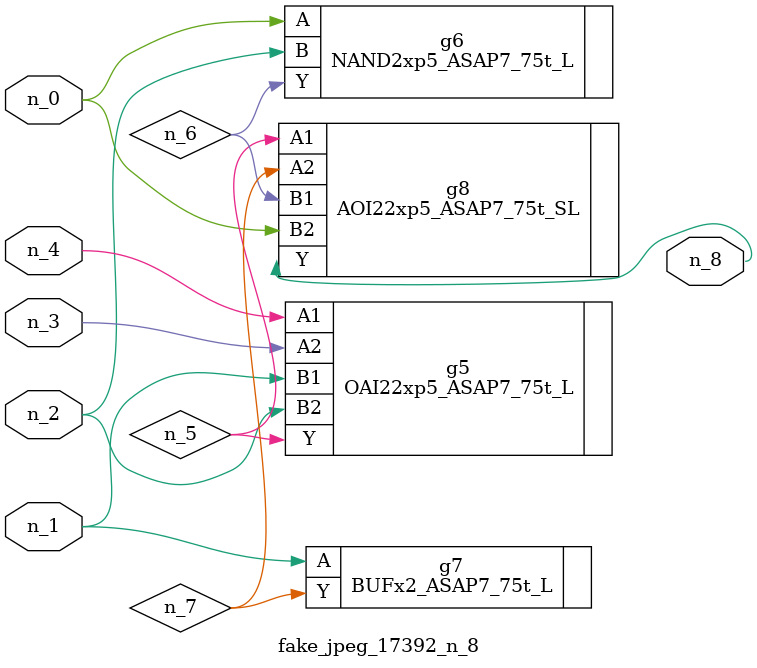
<source format=v>
module fake_jpeg_17392_n_8 (n_3, n_2, n_1, n_0, n_4, n_8);

input n_3;
input n_2;
input n_1;
input n_0;
input n_4;

output n_8;

wire n_6;
wire n_5;
wire n_7;

OAI22xp5_ASAP7_75t_L g5 ( 
.A1(n_4),
.A2(n_3),
.B1(n_1),
.B2(n_2),
.Y(n_5)
);

NAND2xp5_ASAP7_75t_L g6 ( 
.A(n_0),
.B(n_2),
.Y(n_6)
);

BUFx2_ASAP7_75t_L g7 ( 
.A(n_1),
.Y(n_7)
);

AOI22xp5_ASAP7_75t_SL g8 ( 
.A1(n_5),
.A2(n_7),
.B1(n_6),
.B2(n_0),
.Y(n_8)
);


endmodule
</source>
